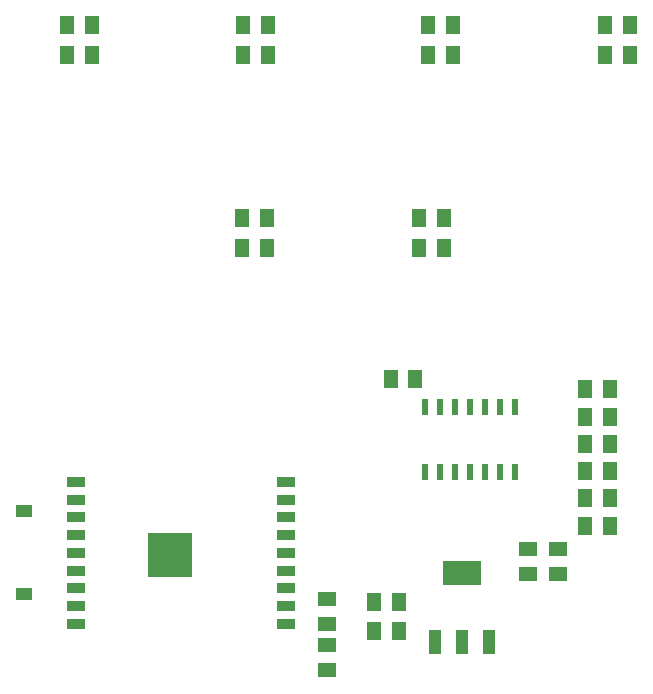
<source format=gtp>
G04*
G04 #@! TF.GenerationSoftware,Altium Limited,Altium Designer,18.1.8 (232)*
G04*
G04 Layer_Color=8421504*
%FSLAX43Y43*%
%MOMM*%
G71*
G01*
G75*
%ADD18R,3.810X3.810*%
%ADD19R,1.485X0.900*%
%ADD20R,1.400X1.000*%
%ADD21R,1.300X1.500*%
%ADD22R,1.500X1.300*%
%ADD23R,0.600X1.450*%
%ADD24R,3.250X2.150*%
%ADD25R,1.000X2.150*%
D18*
X19418Y13740D02*
D03*
D19*
X11415Y7951D02*
D03*
Y9451D02*
D03*
Y10951D02*
D03*
Y12451D02*
D03*
Y13951D02*
D03*
Y15451D02*
D03*
Y16951D02*
D03*
Y18451D02*
D03*
Y19951D02*
D03*
X29200D02*
D03*
Y18451D02*
D03*
Y16951D02*
D03*
Y15451D02*
D03*
Y13951D02*
D03*
Y12451D02*
D03*
Y10951D02*
D03*
Y9451D02*
D03*
Y7951D02*
D03*
D20*
X7000Y17500D02*
D03*
Y10500D02*
D03*
D21*
X12740Y56120D02*
D03*
X10640D02*
D03*
X12740Y58650D02*
D03*
X10640D02*
D03*
X25580Y56120D02*
D03*
X27680D02*
D03*
X25580Y58650D02*
D03*
X27680D02*
D03*
X27580Y39747D02*
D03*
X25480D02*
D03*
X27580Y42284D02*
D03*
X25480D02*
D03*
X40450Y39750D02*
D03*
X42550D02*
D03*
X40450Y42284D02*
D03*
X42550D02*
D03*
X43360Y56120D02*
D03*
X41260D02*
D03*
X43360Y58650D02*
D03*
X41260D02*
D03*
X56220Y56120D02*
D03*
X58320D02*
D03*
X56220Y58650D02*
D03*
X58320D02*
D03*
X56650Y23180D02*
D03*
X54550D02*
D03*
X56653Y25490D02*
D03*
X54553D02*
D03*
X56650Y27800D02*
D03*
X54550D02*
D03*
X56650Y16250D02*
D03*
X54550D02*
D03*
X56650Y18560D02*
D03*
X54550D02*
D03*
X56650Y20870D02*
D03*
X54550D02*
D03*
X38050Y28700D02*
D03*
X40150D02*
D03*
X36650Y7372D02*
D03*
X38750D02*
D03*
X36650Y9781D02*
D03*
X38750D02*
D03*
D22*
X32700Y7908D02*
D03*
Y10008D02*
D03*
Y6150D02*
D03*
Y4050D02*
D03*
X49700Y14250D02*
D03*
Y12150D02*
D03*
X52200Y14250D02*
D03*
Y12150D02*
D03*
D23*
X48560Y26270D02*
D03*
X47290D02*
D03*
X46020D02*
D03*
X44750D02*
D03*
X43480D02*
D03*
X42210D02*
D03*
X40940D02*
D03*
X48560Y20820D02*
D03*
X47290D02*
D03*
X46020D02*
D03*
X44750D02*
D03*
X43480D02*
D03*
X42210D02*
D03*
X40940D02*
D03*
D24*
X44100Y12225D02*
D03*
D25*
X46400Y6375D02*
D03*
X44100D02*
D03*
X41800D02*
D03*
M02*

</source>
